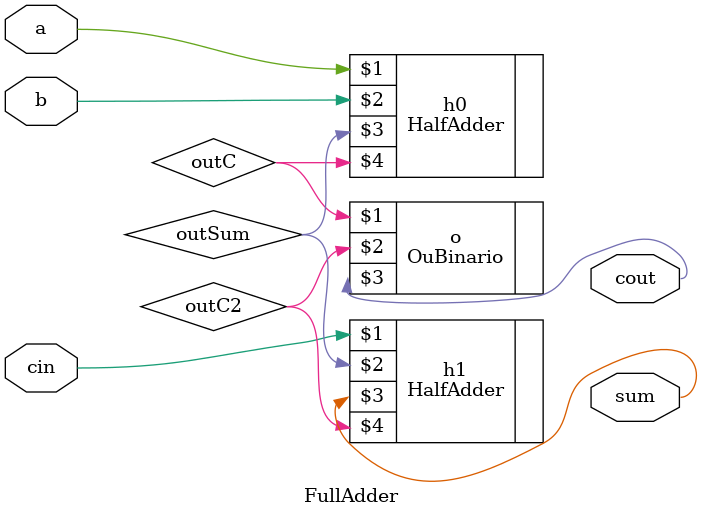
<source format=v>
module FullAdder(a,b,cin,sum,cout);
	input a,b,cin;
	output sum,cout;
	
	HalfAdder h0(a,b,outSum,outC);
	HalfAdder h1(cin,outSum,sum,outC2);
	OuBinario o(outC,outC2,cout);
	
endmodule
	

</source>
